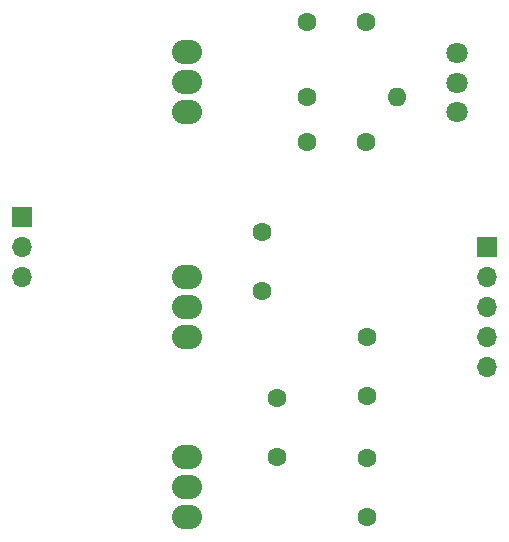
<source format=gbr>
G04 #@! TF.FileFunction,Copper,L1,Top,Signal*
%FSLAX46Y46*%
G04 Gerber Fmt 4.6, Leading zero omitted, Abs format (unit mm)*
G04 Created by KiCad (PCBNEW 4.0.7-e2-6376~61~ubuntu18.04.1) date Fri Jan 25 11:22:19 2019*
%MOMM*%
%LPD*%
G01*
G04 APERTURE LIST*
%ADD10C,0.100000*%
%ADD11C,1.600000*%
%ADD12R,1.700000X1.700000*%
%ADD13O,1.700000X1.700000*%
%ADD14O,1.600000X1.600000*%
%ADD15C,1.800000*%
%ADD16O,2.540000X2.032000*%
G04 APERTURE END LIST*
D10*
D11*
X151130000Y-62230000D03*
X156130000Y-62230000D03*
X156210000Y-104140000D03*
X156210000Y-99140000D03*
X156210000Y-88900000D03*
X156210000Y-93900000D03*
X148590000Y-99060000D03*
X148590000Y-94060000D03*
X147320000Y-80010000D03*
X147320000Y-85010000D03*
X151130000Y-72390000D03*
X156130000Y-72390000D03*
D12*
X127000000Y-78740000D03*
D13*
X127000000Y-81280000D03*
X127000000Y-83820000D03*
D12*
X166370000Y-81280000D03*
D13*
X166370000Y-83820000D03*
X166370000Y-86360000D03*
X166370000Y-88900000D03*
X166370000Y-91440000D03*
D11*
X151130000Y-68580000D03*
D14*
X158750000Y-68580000D03*
D15*
X163830000Y-64850000D03*
X163830000Y-67350000D03*
X163830000Y-69850000D03*
D16*
X140970000Y-67310000D03*
X140970000Y-64770000D03*
X140970000Y-69850000D03*
X140970000Y-101600000D03*
X140970000Y-99060000D03*
X140970000Y-104140000D03*
X140970000Y-86360000D03*
X140970000Y-83820000D03*
X140970000Y-88900000D03*
M02*

</source>
